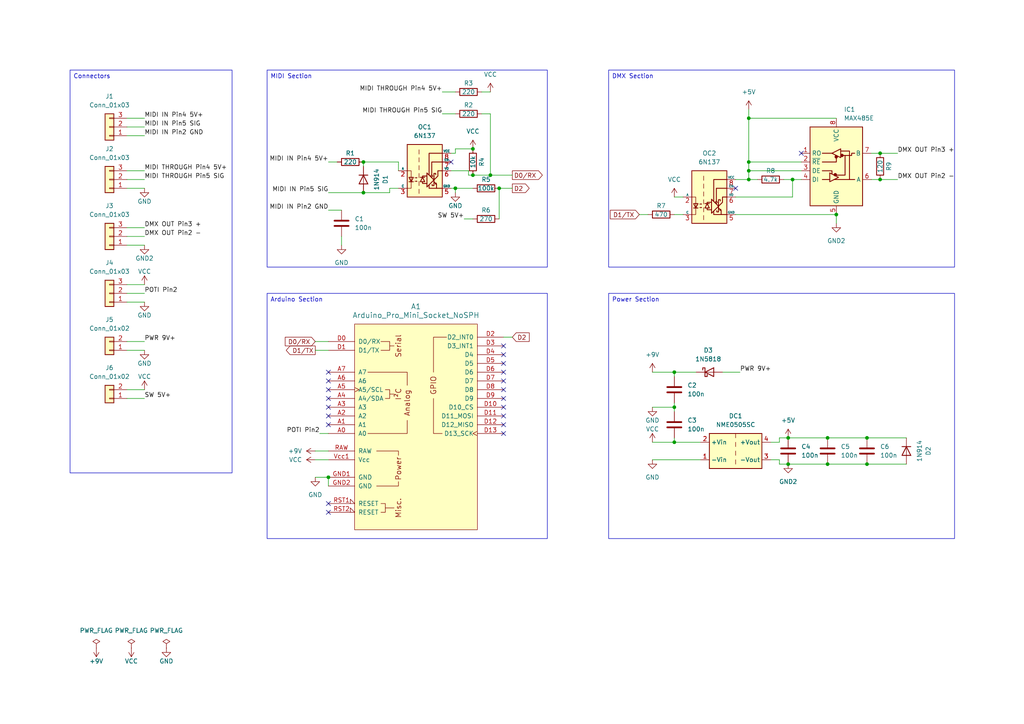
<source format=kicad_sch>
(kicad_sch (version 20230121) (generator eeschema)
  (paper "A4")
  (title_block (title "midi2dmx") (date "2023-12-20") (rev "1.0") (company "Christian Neukam"))
  (lib_symbols
    (symbol "6N137_1" (pin_names (offset 0))
      (property "Reference" "OC1" (at 0 12.7 0))
      (property "Value" "6N137" (at 0 10.16 0))
      (symbol "6N137_1_0_1"
        (polyline (pts (xy 2.667 -3.556) (xy 2.667 -1.651)) (stroke (width 0.254)))
        (polyline (pts (xy 2.667 -2.159) (xy 2.667 -2.921)) (stroke (width 0.254)))
        (polyline (pts (xy 3.429 -3.937) (xy 3.429 -5.08)) (stroke (width 0.254)))
        (polyline (pts (xy -0.635 -3.302) (xy -0.635 -3.683) (xy 0.635 -3.683)) (stroke (width 0.254)))
        (polyline (pts (xy -0.635 -1.905) (xy -0.635 -1.524) (xy 0.508 -1.524)) (stroke (width 0.254)))
        (polyline (pts (xy 1.27 -4.064) (xy 1.27 -5.08) (xy 5.08 -5.08)) (stroke (width 0.254)))
        (polyline (pts (xy 1.27 -1.27) (xy 1.27 5.08) (xy 5.08 5.08)) (stroke (width 0.254)))
        (polyline (pts (xy 2.032 -1.27) (xy 2.032 2.54) (xy 5.08 2.54)) (stroke (width 0.254)))
        (polyline (pts (xy -5.08 -5.08) (xy -3.937 -5.08) (xy -3.937 0) (xy -5.08 0)))
        (polyline (pts (xy 2.667 -3.302) (xy 2.667 -4.318) (xy 2.159 -4.318) (xy 2.159 -3.937)) (stroke (width 0.254)))
        (polyline (pts (xy 2.667 -2.667) (xy 0.635 -4.699) (xy 0.635 -0.635) (xy 2.667 -2.667)) (stroke (width 0.254)))
        (polyline (pts (xy 2.667 -1.778) (xy 2.667 -0.762) (xy 3.175 -0.762) (xy 3.175 -1.143)) (stroke (width 0.254)))
        (polyline (pts (xy 2.794 -2.54) (xy 3.81 -1.524) (xy 3.81 0) (xy 5.08 0)) (stroke (width 0.254)))
        (polyline (pts (xy 2.667 -3.175) (xy 3.429 -3.937) (xy 3.302 -3.556) (xy 3.048 -3.81) (xy 3.429 -3.937)) (stroke (width 0.254)))
        (circle (center 2.032 -1.524) (radius 0.254) (stroke (width 0.254)))
      )
      (symbol "6N137_1_1_1"
        (rectangle (start -5.08 7.62) (end 5.08 -7.62) (stroke (width 0.254)) (fill (type background)))
        (polyline (pts (xy -4.572 -3.175) (xy -3.302 -3.175)) (stroke (width 0.254)))
        (polyline (pts (xy -1.651 -5.334) (xy -1.651 -6.604)))
        (polyline (pts (xy -1.651 -3.048) (xy -1.651 -4.318)))
        (polyline (pts (xy -1.651 -0.762) (xy -1.651 -2.032)))
        (polyline (pts (xy -1.651 1.524) (xy -1.651 0.254)))
        (polyline (pts (xy -1.651 3.81) (xy -1.651 2.54)))
        (polyline (pts (xy -1.651 6.096) (xy -1.651 4.826)))
        (polyline (pts (xy -1.27 -1.905) (xy 0 -1.905)) (stroke (width 0.254)))
        (polyline (pts (xy -3.937 -3.175) (xy -4.572 -1.905) (xy -3.302 -1.905) (xy -3.937 -3.175)) (stroke (width 0.254)))
        (polyline (pts (xy -0.635 -1.905) (xy -1.27 -3.175) (xy 0 -3.175) (xy -0.635 -1.905)) (stroke (width 0.254)))
        (polyline (pts (xy -2.921 -3.048) (xy -2.159 -3.048) (xy -2.54 -3.175) (xy -2.54 -2.921) (xy -2.159 -3.048)) (stroke (width 0.127)))
        (polyline (pts (xy -2.921 -2.032) (xy -2.159 -2.032) (xy -2.54 -2.159) (xy -2.54 -1.905) (xy -2.159 -2.032)) (stroke (width 0.127)))
        (pin no_connect line (at -5.08 5.08 0) (length 2.54) hide (name "NC") (number "1"))
        (pin passive line (at -7.62 0 0) (length 2.54) (name "A") (number "2"))
        (pin passive line (at -7.62 -5.08 0) (length 2.54) (name "C") (number "3"))
        (pin no_connect line (at -5.08 2.54 0) (length 2.54) hide (name "NC") (number "4"))
        (pin power_in line (at 7.62 -5.08 180) (length 2.54) (name "GND") (number "5"))
        (pin open_collector line (at 7.62 0 180) (length 2.54) (name "VO") (number "6"))
        (pin input line (at 7.62 2.54 180) (length 2.54) (name "EN") (number "7"))
        (pin power_in line (at 7.62 5.08 180) (length 2.54) (name "VCC") (number "8"))
      )
    )
    (symbol "Connector_Generic:Conn_01x02" (pin_names (offset 1.016) hide)
      (property "Reference" "J" (at 0 2.54 0))
      (property "Value" "Conn_01x02" (at 0 -5.08 0))
      (symbol "Conn_01x02_1_1"
        (rectangle (start -1.27 -2.413) (end 0 -2.667) (stroke (width 0.1524)))
        (rectangle (start -1.27 0.127) (end 0 -0.127) (stroke (width 0.1524)))
        (rectangle (start -1.27 1.27) (end 1.27 -3.81) (stroke (width 0.254)) (fill (type background)))
        (pin passive line (at -5.08 0 0) (length 3.81) (name "Pin_1") (number "1"))
        (pin passive line (at -5.08 -2.54 0) (length 3.81) (name "Pin_2") (number "2"))
      )
    )
    (symbol "Connector_Generic:Conn_01x03" (pin_names (offset 1.016) hide)
      (property "Reference" "J" (at 0 5.08 0))
      (property "Value" "Conn_01x03" (at 0 -5.08 0))
      (symbol "Conn_01x03_1_1"
        (rectangle (start -1.27 -2.413) (end 0 -2.667) (stroke (width 0.1524)))
        (rectangle (start -1.27 0.127) (end 0 -0.127) (stroke (width 0.1524)))
        (rectangle (start -1.27 2.667) (end 0 2.413) (stroke (width 0.1524)))
        (rectangle (start -1.27 3.81) (end 1.27 -3.81) (stroke (width 0.254)) (fill (type background)))
        (pin passive line (at -5.08 2.54 0) (length 3.81) (name "Pin_1") (number "1"))
        (pin passive line (at -5.08 0 0) (length 3.81) (name "Pin_2") (number "2"))
        (pin passive line (at -5.08 -2.54 0) (length 3.81) (name "Pin_3") (number "3"))
      )
    )
    (symbol "Converter_DCDC:MEE1S0505SC"
      (property "Reference" "PS" (at -7.62 6.35 0))
      (property "Value" "MEE1S0505SC" (at 1.27 6.35 0))
      (symbol "MEE1S0505SC_0_0"
        (pin power_in line (at -10.16 -2.54 0) (length 2.54) (name "-Vin") (number "1"))
        (pin power_in line (at -10.16 2.54 0) (length 2.54) (name "+Vin") (number "2"))
        (pin power_out line (at 10.16 -2.54 180) (length 2.54) (name "-Vout") (number "3"))
        (pin power_out line (at 10.16 2.54 180) (length 2.54) (name "+Vout") (number "4"))
      )
      (symbol "MEE1S0505SC_0_1"
        (rectangle (start -7.62 5.08) (end 7.62 -5.08) (stroke (width 0.254)) (fill (type background)))
        (polyline (pts (xy 0 -2.54) (xy 0 -3.81)))
        (polyline (pts (xy 0 0) (xy 0 -1.27)))
        (polyline (pts (xy 0 2.54) (xy 0 1.27)))
        (polyline (pts (xy 0 5.08) (xy 0 3.81)))
      )
    )
    (symbol "Device:C" (pin_numbers hide) (pin_names (offset 0.254))
      (property "Reference" "C" (at 0.635 2.54 0))
      (property "Value" "C" (at 0.635 -2.54 0))
      (symbol "C_0_1"
        (polyline (pts (xy -2.032 -0.762) (xy 2.032 -0.762)) (stroke (width 0.508)))
        (polyline (pts (xy -2.032 0.762) (xy 2.032 0.762)) (stroke (width 0.508)))
      )
      (symbol "C_1_1"
        (pin passive line (at 0 3.81 270) (length 2.794) (name "~") (number "1"))
        (pin passive line (at 0 -3.81 90) (length 2.794) (name "~") (number "2"))
      )
    )
    (symbol "Device:D_Schottky" (pin_numbers hide) (pin_names (offset 1.016) hide)
      (property "Reference" "D" (at 0 2.54 0))
      (property "Value" "D_Schottky" (at 0 -2.54 0))
      (symbol "D_Schottky_0_1"
        (polyline (pts (xy 1.27 0) (xy -1.27 0)))
        (polyline (pts (xy 1.27 1.27) (xy 1.27 -1.27) (xy -1.27 0) (xy 1.27 1.27)) (stroke (width 0.254)))
        (polyline (pts (xy -1.905 0.635) (xy -1.905 1.27) (xy -1.27 1.27) (xy -1.27 -1.27) (xy -0.635 -1.27) (xy -0.635 -0.635)) (stroke (width 0.254)))
      )
      (symbol "D_Schottky_1_1"
        (pin passive line (at -3.81 0 0) (length 2.54) (name "K") (number "1"))
        (pin passive line (at 3.81 0 180) (length 2.54) (name "A") (number "2"))
      )
    )
    (symbol "Device:R" (pin_numbers hide) (pin_names (offset 0))
      (property "Reference" "R" (at 2.032 0 90))
      (property "Value" "R" (at 0 0 90))
      (symbol "R_0_1"
        (rectangle (start -1.016 -2.54) (end 1.016 2.54) (stroke (width 0.254)))
      )
      (symbol "R_1_1"
        (pin passive line (at 0 3.81 270) (length 1.27) (name "~") (number "1"))
        (pin passive line (at 0 -3.81 90) (length 1.27) (name "~") (number "2"))
      )
    )
    (symbol "Diode:1N914" (pin_numbers hide) (pin_names hide)
      (property "Reference" "D" (at 0 2.54 0))
      (property "Value" "1N914" (at 0 -2.54 0))
      (symbol "1N914_0_1"
        (polyline (pts (xy -1.27 1.27) (xy -1.27 -1.27)) (stroke (width 0.254)))
        (polyline (pts (xy 1.27 0) (xy -1.27 0)))
        (polyline (pts (xy 1.27 1.27) (xy 1.27 -1.27) (xy -1.27 0) (xy 1.27 1.27)) (stroke (width 0.254)))
      )
      (symbol "1N914_1_1"
        (pin passive line (at -3.81 0 0) (length 2.54) (name "K") (number "1"))
        (pin passive line (at 3.81 0 180) (length 2.54) (name "A") (number "2"))
      )
    )
    (symbol "Interface_UART:MAX485E"
      (property "Reference" "U" (at -6.096 11.43 0))
      (property "Value" "MAX485E" (at 0.762 11.43 0))
      (symbol "MAX485E_0_1"
        (rectangle (start -7.62 10.16) (end 7.62 -12.7) (stroke (width 0.254)) (fill (type background)))
        (circle (center -0.3048 -3.683) (radius 0.3556) (stroke (width 0.254)) (fill (type outline)))
        (circle (center -0.0254 1.4986) (radius 0.3556) (stroke (width 0.254)) (fill (type outline)))
        (polyline (pts (xy -4.064 -5.08) (xy -1.905 -5.08)) (stroke (width 0.254)))
        (polyline (pts (xy -4.064 2.54) (xy -1.27 2.54)) (stroke (width 0.254)))
        (polyline (pts (xy -1.27 -3.2004) (xy -1.27 -3.4544)) (stroke (width 0.254)))
        (polyline (pts (xy -0.635 -5.08) (xy 5.334 -5.08)) (stroke (width 0.254)))
        (polyline (pts (xy -4.064 -2.54) (xy -1.27 -2.54) (xy -1.27 -3.175)) (stroke (width 0.254)))
        (polyline (pts (xy 0 1.27) (xy 0 0) (xy -4.064 0)) (stroke (width 0.254)))
        (polyline (pts (xy 1.27 3.175) (xy 3.81 3.175) (xy 3.81 -5.08)) (stroke (width 0.254)))
        (polyline (pts (xy 2.54 1.905) (xy 2.54 -3.81) (xy 0 -3.81)) (stroke (width 0.254)))
        (polyline (pts (xy -1.905 -3.175) (xy -1.905 -5.715) (xy 0.635 -4.445) (xy -1.905 -3.175)) (stroke (width 0.254)))
        (polyline (pts (xy -1.27 2.54) (xy 1.27 3.81) (xy 1.27 1.27) (xy -1.27 2.54)) (stroke (width 0.254)))
        (polyline (pts (xy 1.905 1.905) (xy 4.445 1.905) (xy 4.445 2.54) (xy 5.334 2.54)) (stroke (width 0.254)))
        (rectangle (start 1.27 3.175) (end 1.27 3.175))
        (circle (center 1.651 1.905) (radius 0.3556) (stroke (width 0.254)) (fill (type outline)))
      )
      (symbol "MAX485E_1_1"
        (pin output line (at -10.16 2.54 0) (length 2.54) (name "RO") (number "1"))
        (pin input line (at -10.16 0 0) (length 2.54) (name "~{RE}") (number "2"))
        (pin input line (at -10.16 -2.54 0) (length 2.54) (name "DE") (number "3"))
        (pin input line (at -10.16 -5.08 0) (length 2.54) (name "DI") (number "4"))
        (pin power_in line (at 0 -15.24 90) (length 2.54) (name "GND") (number "5"))
        (pin bidirectional line (at 10.16 -5.08 180) (length 2.54) (name "A") (number "6"))
        (pin bidirectional line (at 10.16 2.54 180) (length 2.54) (name "B") (number "7"))
        (pin power_in line (at 0 12.7 270) (length 2.54) (name "VCC") (number "8"))
      )
    )
    (symbol "Isolator:6N137" (pin_names (offset 0))
      (property "Reference" "OC2" (at 0 12.7 0))
      (property "Value" "6N137" (at 0 10.16 0))
      (symbol "6N137_0_1"
        (polyline (pts (xy 2.667 -3.556) (xy 2.667 -1.651)) (stroke (width 0.254)))
        (polyline (pts (xy 2.667 -2.159) (xy 2.667 -2.921)) (stroke (width 0.254)))
        (polyline (pts (xy 3.429 -3.937) (xy 3.429 -5.08)) (stroke (width 0.254)))
        (polyline (pts (xy -0.635 -3.302) (xy -0.635 -3.683) (xy 0.635 -3.683)) (stroke (width 0.254)))
        (polyline (pts (xy -0.635 -1.905) (xy -0.635 -1.524) (xy 0.508 -1.524)) (stroke (width 0.254)))
        (polyline (pts (xy 1.27 -4.064) (xy 1.27 -5.08) (xy 5.08 -5.08)) (stroke (width 0.254)))
        (polyline (pts (xy 1.27 -1.27) (xy 1.27 5.08) (xy 5.08 5.08)) (stroke (width 0.254)))
        (polyline (pts (xy 2.032 -1.27) (xy 2.032 2.54) (xy 5.08 2.54)) (stroke (width 0.254)))
        (polyline (pts (xy -5.08 -5.08) (xy -3.937 -5.08) (xy -3.937 0) (xy -5.08 0)))
        (polyline (pts (xy 2.667 -3.302) (xy 2.667 -4.318) (xy 2.159 -4.318) (xy 2.159 -3.937)) (stroke (width 0.254)))
        (polyline (pts (xy 2.667 -2.667) (xy 0.635 -4.699) (xy 0.635 -0.635) (xy 2.667 -2.667)) (stroke (width 0.254)))
        (polyline (pts (xy 2.667 -1.778) (xy 2.667 -0.762) (xy 3.175 -0.762) (xy 3.175 -1.143)) (stroke (width 0.254)))
        (polyline (pts (xy 2.794 -2.54) (xy 3.81 -1.524) (xy 3.81 0) (xy 5.08 0)) (stroke (width 0.254)))
        (polyline (pts (xy 2.667 -3.175) (xy 3.429 -3.937) (xy 3.302 -3.556) (xy 3.048 -3.81) (xy 3.429 -3.937)) (stroke (width 0.254)))
        (circle (center 2.032 -1.524) (radius 0.254) (stroke (width 0.254)))
      )
      (symbol "6N137_1_1"
        (rectangle (start -5.08 7.62) (end 5.08 -7.62) (stroke (width 0.254)) (fill (type background)))
        (polyline (pts (xy -4.572 -3.175) (xy -3.302 -3.175)) (stroke (width 0.254)))
        (polyline (pts (xy -1.651 -5.334) (xy -1.651 -6.604)))
        (polyline (pts (xy -1.651 -3.048) (xy -1.651 -4.318)))
        (polyline (pts (xy -1.651 -0.762) (xy -1.651 -2.032)))
        (polyline (pts (xy -1.651 1.524) (xy -1.651 0.254)))
        (polyline (pts (xy -1.651 3.81) (xy -1.651 2.54)))
        (polyline (pts (xy -1.651 6.096) (xy -1.651 4.826)))
        (polyline (pts (xy -1.27 -1.905) (xy 0 -1.905)) (stroke (width 0.254)))
        (polyline (pts (xy -3.937 -3.175) (xy -4.572 -1.905) (xy -3.302 -1.905) (xy -3.937 -3.175)) (stroke (width 0.254)))
        (polyline (pts (xy -0.635 -1.905) (xy -1.27 -3.175) (xy 0 -3.175) (xy -0.635 -1.905)) (stroke (width 0.254)))
        (polyline (pts (xy -2.921 -3.048) (xy -2.159 -3.048) (xy -2.54 -3.175) (xy -2.54 -2.921) (xy -2.159 -3.048)) (stroke (width 0.127)))
        (polyline (pts (xy -2.921 -2.032) (xy -2.159 -2.032) (xy -2.54 -2.159) (xy -2.54 -1.905) (xy -2.159 -2.032)) (stroke (width 0.127)))
        (pin no_connect line (at -5.08 5.08 0) (length 2.54) hide (name "NC") (number "1"))
        (pin passive line (at -7.62 0 0) (length 2.54) (name "A") (number "2"))
        (pin passive line (at -7.62 -5.08 0) (length 2.54) (name "C") (number "3"))
        (pin no_connect line (at -5.08 2.54 0) (length 2.54) hide (name "NC") (number "4"))
        (pin power_in line (at 7.62 -5.08 180) (length 2.54) (name "GND") (number "5"))
        (pin open_collector line (at 7.62 0 180) (length 2.54) (name "VO") (number "6"))
        (pin input line (at 7.62 2.54 180) (length 2.54) (name "EN") (number "7"))
        (pin power_in line (at 7.62 5.08 180) (length 2.54) (name "VCC") (number "8"))
      )
    )
    (symbol "PCM_arduino-library:Arduino_Pro_Mini_Socket_NoSPH" (pin_names (offset 1.016))
      (property "Reference" "A" (at 0 36.83 0))
      (property "Value" "Arduino_Pro_Mini_Socket_NoSPH" (at 0 33.02 0))
      (symbol "Arduino_Pro_Mini_Socket_NoSPH_0_0"
        (rectangle (start -17.78 30.48) (end 17.78 -29.21) (fill (type background)))
        (polyline (pts (xy -7.62 10.16) (xy -6.35 10.16)))
        (polyline (pts (xy -7.62 24.13) (xy -6.35 24.13)))
        (polyline (pts (xy -6.35 -22.86) (xy -8.89 -22.86)))
        (polyline (pts (xy -11.43 -16.51) (xy -5.08 -16.51) (xy -5.08 -15.24)))
        (polyline (pts (xy -5.08 -7.62) (xy -5.08 -6.35) (xy -11.43 -6.35)))
        (polyline (pts (xy -2.54 2.54) (xy -2.54 -1.27) (xy -13.97 -1.27)))
        (polyline (pts (xy -2.54 12.7) (xy -2.54 16.51) (xy -13.97 16.51)))
        (polyline (pts (xy -10.16 25.4) (xy -7.62 25.4) (xy -7.62 22.86) (xy -10.16 22.86)))
        (polyline (pts (xy -8.89 11.43) (xy -7.62 11.43) (xy -7.62 8.89) (xy -8.89 8.89)))
        (text "Analog" (at -2.54 7.62 900) (effects (font (size 1.524 1.524))))
        (text "I²C" (at -5.08 10.16 900) (effects (font (size 1.524 1.524))))
        (text "Misc." (at -5.08 -22.86 900) (effects (font (size 1.524 1.524))))
        (text "Power" (at -5.08 -11.43 900) (effects (font (size 1.524 1.524))))
        (text "Serial" (at -5.08 24.13 900) (effects (font (size 1.524 1.524))))
      )
      (symbol "Arduino_Pro_Mini_Socket_NoSPH_0_1"
        (polyline (pts (xy 7.62 -1.27) (xy 5.08 -1.27) (xy 5.08 8.89)))
        (polyline (pts (xy 8.89 26.67) (xy 5.08 26.67) (xy 5.08 16.51)))
        (polyline (pts (xy -10.16 -24.13) (xy -8.89 -24.13) (xy -8.89 -21.59) (xy -10.16 -21.59)))
      )
      (symbol "Arduino_Pro_Mini_Socket_NoSPH_1_0"
        (text "GPIO" (at 5.08 12.7 900) (effects (font (size 1.524 1.524))))
      )
      (symbol "Arduino_Pro_Mini_Socket_NoSPH_1_1"
        (pin bidirectional line (at -25.4 -1.27 0) (length 7.62) (name "A0") (number "A0"))
        (pin bidirectional line (at -25.4 1.27 0) (length 7.62) (name "A1") (number "A1"))
        (pin bidirectional line (at -25.4 3.81 0) (length 7.62) (name "A2") (number "A2"))
        (pin bidirectional line (at -25.4 6.35 0) (length 7.62) (name "A3") (number "A3"))
        (pin bidirectional line (at -25.4 8.89 0) (length 7.62) (name "A4/SDA") (number "A4"))
        (pin bidirectional clock (at -25.4 11.43 0) (length 7.62) (name "A5/SCL") (number "A5"))
        (pin input line (at -25.4 13.97 0) (length 7.62) (name "A6") (number "A6"))
        (pin input line (at -25.4 16.51 0) (length 7.62) (name "A7") (number "A7"))
        (pin bidirectional line (at -25.4 25.4 0) (length 7.62) (name "D0/RX") (number "D0"))
        (pin bidirectional line (at -25.4 22.86 0) (length 7.62) (name "D1/TX") (number "D1"))
        (pin bidirectional line (at 25.4 6.35 180) (length 7.62) (name "D10_CS") (number "D10"))
        (pin bidirectional line (at 25.4 3.81 180) (length 7.62) (name "D11_MOSI") (number "D11"))
        (pin bidirectional line (at 25.4 1.27 180) (length 7.62) (name "D12_MISO") (number "D12"))
        (pin bidirectional clock (at 25.4 -1.27 180) (length 7.62) (name "D13_SCK") (number "D13"))
        (pin bidirectional line (at 25.4 26.67 180) (length 7.62) (name "D2_INT0") (number "D2"))
        (pin bidirectional line (at 25.4 24.13 180) (length 7.62) (name "D3_INT1") (number "D3"))
        (pin bidirectional line (at 25.4 21.59 180) (length 7.62) (name "D4") (number "D4"))
        (pin bidirectional line (at 25.4 19.05 180) (length 7.62) (name "D5") (number "D5"))
        (pin bidirectional line (at 25.4 16.51 180) (length 7.62) (name "D6") (number "D6"))
        (pin bidirectional line (at 25.4 13.97 180) (length 7.62) (name "D7") (number "D7"))
        (pin bidirectional line (at 25.4 11.43 180) (length 7.62) (name "D8") (number "D8"))
        (pin bidirectional line (at 25.4 8.89 180) (length 7.62) (name "D9") (number "D9"))
        (pin power_in line (at -25.4 -13.97 0) (length 7.62) (name "GND") (number "GND1"))
        (pin power_in line (at -25.4 -16.51 0) (length 7.62) (name "GND") (number "GND2"))
        (pin power_in line (at -25.4 -6.35 0) (length 7.62) (name "RAW") (number "RAW"))
        (pin open_collector input_low (at -25.4 -21.59 0) (length 7.62) (name "RESET") (number "RST1"))
        (pin open_collector input_low (at -25.4 -24.13 0) (length 7.62) (name "RESET") (number "RST2"))
        (pin power_in line (at -25.4 -8.89 0) (length 7.62) (name "Vcc") (number "Vcc1"))
      )
    )
    (symbol "power:+5V" (power) (pin_names (offset 0))
      (property "Value" "+5V" (at 0 3.556 0))
      (symbol "+5V_0_1"
        (polyline (pts (xy -0.762 1.27) (xy 0 2.54)))
        (polyline (pts (xy 0 0) (xy 0 2.54)))
        (polyline (pts (xy 0 2.54) (xy 0.762 1.27)))
      )
      (symbol "+5V_1_1"
        (pin power_in line (at 0 0 90) (length 0) hide (name "+5V") (number "1"))
      )
    )
    (symbol "power:+9V" (power) (pin_names (offset 0))
      (property "Value" "+9V" (at 0 3.556 0))
      (symbol "+9V_0_1"
        (polyline (pts (xy -0.762 1.27) (xy 0 2.54)))
        (polyline (pts (xy 0 0) (xy 0 2.54)))
        (polyline (pts (xy 0 2.54) (xy 0.762 1.27)))
      )
      (symbol "+9V_1_1"
        (pin power_in line (at 0 0 90) (length 0) hide (name "+9V") (number "1"))
      )
    )
    (symbol "power:GND" (power) (pin_names (offset 0))
      (property "Value" "GND" (at 0 -3.81 0))
      (symbol "GND_0_1"
        (polyline (pts (xy 0 0) (xy 0 -1.27) (xy 1.27 -1.27) (xy 0 -2.54) (xy -1.27 -1.27) (xy 0 -1.27)))
      )
      (symbol "GND_1_1"
        (pin power_in line (at 0 0 270) (length 0) hide (name "GND") (number "1"))
      )
    )
    (symbol "power:GND2" (power) (pin_names (offset 0))
      (property "Value" "GND2" (at 0 -3.81 0))
      (symbol "GND2_0_1"
        (polyline (pts (xy 0 0) (xy 0 -1.27) (xy 1.27 -1.27) (xy 0 -2.54) (xy -1.27 -1.27) (xy 0 -1.27)))
      )
      (symbol "GND2_1_1"
        (pin power_in line (at 0 0 270) (length 0) hide (name "GND2") (number "1"))
      )
    )
    (symbol "power:PWR_FLAG" (power) (pin_numbers hide) (pin_names (offset 0) hide)
      (property "Value" "PWR_FLAG" (at 0 3.81 0))
      (symbol "PWR_FLAG_0_0"
        (pin power_out line (at 0 0 90) (length 0) (name "pwr") (number "1"))
      )
      (symbol "PWR_FLAG_0_1"
        (polyline (pts (xy 0 0) (xy 0 1.27) (xy -1.016 1.905) (xy 0 2.54) (xy 1.016 1.905) (xy 0 1.27)))
      )
    )
    (symbol "power:VCC" (power) (pin_names (offset 0))
      (property "Value" "VCC" (at 0 3.81 0))
      (symbol "VCC_0_1"
        (polyline (pts (xy -0.762 1.27) (xy 0 2.54)))
        (polyline (pts (xy 0 0) (xy 0 2.54)))
        (polyline (pts (xy 0 2.54) (xy 0.762 1.27)))
      )
      (symbol "VCC_1_1"
        (pin power_in line (at 0 0 90) (length 0) hide (name "VCC") (number "1"))
      )
    )
  )
  (junction (at 105.41 55.88))
  (junction (at 240.03 134.62))
  (junction (at 217.17 46.99))
  (junction (at 228.6 134.62))
  (junction (at 95.25 138.43))
  (junction (at 217.17 34.29))
  (junction (at 132.08 54.61))
  (junction (at 255.27 52.07))
  (junction (at 195.58 128.27))
  (junction (at 217.17 49.53))
  (junction (at 195.58 107.95))
  (junction (at 228.6 127))
  (junction (at 144.78 54.61))
  (junction (at 137.16 50.8))
  (junction (at 142.24 50.8))
  (junction (at 242.57 62.23))
  (junction (at 137.16 43.18))
  (junction (at 251.46 134.62))
  (junction (at 251.46 127))
  (junction (at 255.27 44.45))
  (junction (at 217.17 52.07))
  (junction (at 229.87 52.07))
  (junction (at 240.03 127))
  (junction (at 105.41 46.99))
  (junction (at 195.58 118.11))
  (no_connect (at 95.25 120.65))
  (no_connect (at 146.05 113.03))
  (no_connect (at 146.05 115.57))
  (no_connect (at 95.25 146.05))
  (no_connect (at 146.05 120.65))
  (no_connect (at 146.05 125.73))
  (no_connect (at 146.05 107.95))
  (no_connect (at 146.05 100.33))
  (no_connect (at 130.81 46.99))
  (no_connect (at 146.05 102.87))
  (no_connect (at 95.25 115.57))
  (no_connect (at 213.36 54.61))
  (no_connect (at 95.25 123.19))
  (no_connect (at 95.25 113.03))
  (no_connect (at 95.25 148.59))
  (no_connect (at 146.05 105.41))
  (no_connect (at 146.05 110.49))
  (no_connect (at 146.05 123.19))
  (no_connect (at 232.41 44.45))
  (no_connect (at 95.25 110.49))
  (no_connect (at 146.05 118.11))
  (no_connect (at 95.25 107.95))
  (no_connect (at 95.25 118.11))
  (wire (pts (xy 195.58 118.11) (xy 195.58 119.38)))
  (wire (pts (xy 105.41 48.26) (xy 105.41 46.99)))
  (wire (pts (xy 144.78 54.61) (xy 144.78 63.5)))
  (wire (pts (xy 95.25 55.88) (xy 105.41 55.88)))
  (wire (pts (xy 36.83 66.04) (xy 41.91 66.04)))
  (wire (pts (xy 252.73 52.07) (xy 255.27 52.07)))
  (wire (pts (xy 217.17 46.99) (xy 232.41 46.99)))
  (wire (pts (xy 209.55 107.95) (xy 214.63 107.95)))
  (wire (pts (xy 92.71 125.73) (xy 95.25 125.73)))
  (wire (pts (xy 229.87 52.07) (xy 232.41 52.07)))
  (wire (pts (xy 217.17 34.29) (xy 242.57 34.29)))
  (wire (pts (xy 242.57 62.23) (xy 242.57 64.77)))
  (wire (pts (xy 229.87 57.15) (xy 229.87 52.07)))
  (wire (pts (xy 185.42 62.23) (xy 187.96 62.23)))
  (wire (pts (xy 217.17 46.99) (xy 217.17 49.53)))
  (wire (pts (xy 36.83 39.37) (xy 41.91 39.37)))
  (wire (pts (xy 213.36 52.07) (xy 217.17 52.07)))
  (wire (pts (xy 137.16 50.8) (xy 142.24 50.8)))
  (wire (pts (xy 251.46 127) (xy 262.89 127)))
  (wire (pts (xy 91.44 130.81) (xy 95.25 130.81)))
  (wire (pts (xy 36.83 52.07) (xy 41.91 52.07)))
  (wire (pts (xy 219.71 52.07) (xy 217.17 52.07)))
  (wire (pts (xy 227.33 52.07) (xy 229.87 52.07)))
  (wire (pts (xy 128.27 26.67) (xy 132.08 26.67)))
  (wire (pts (xy 189.23 107.95) (xy 195.58 107.95)))
  (wire (pts (xy 132.08 54.61) (xy 137.16 54.61)))
  (wire (pts (xy 240.03 134.62) (xy 251.46 134.62)))
  (wire (pts (xy 134.62 63.5) (xy 137.16 63.5)))
  (wire (pts (xy 135.89 49.53) (xy 135.89 50.8)))
  (wire (pts (xy 195.58 116.84) (xy 195.58 118.11)))
  (wire (pts (xy 213.36 57.15) (xy 229.87 57.15)))
  (wire (pts (xy 130.81 44.45) (xy 132.08 44.45)))
  (wire (pts (xy 36.83 49.53) (xy 41.91 49.53)))
  (wire (pts (xy 36.83 68.58) (xy 41.91 68.58)))
  (wire (pts (xy 36.83 34.29) (xy 41.91 34.29)))
  (wire (pts (xy 195.58 107.95) (xy 195.58 109.22)))
  (wire (pts (xy 240.03 127) (xy 251.46 127)))
  (wire (pts (xy 228.6 127) (xy 240.03 127)))
  (wire (pts (xy 115.57 49.53) (xy 115.57 46.99)))
  (wire (pts (xy 132.08 54.61) (xy 132.08 55.88)))
  (wire (pts (xy 113.03 54.61) (xy 115.57 54.61)))
  (wire (pts (xy 223.52 133.35) (xy 226.06 133.35)))
  (wire (pts (xy 113.03 54.61) (xy 113.03 55.88)))
  (wire (pts (xy 105.41 46.99) (xy 115.57 46.99)))
  (wire (pts (xy 130.81 54.61) (xy 132.08 54.61)))
  (wire (pts (xy 252.73 44.45) (xy 255.27 44.45)))
  (wire (pts (xy 255.27 44.45) (xy 260.35 44.45)))
  (wire (pts (xy 36.83 101.6) (xy 41.91 101.6)))
  (wire (pts (xy 91.44 138.43) (xy 95.25 138.43)))
  (wire (pts (xy 146.05 97.79) (xy 148.59 97.79)))
  (wire (pts (xy 195.58 62.23) (xy 198.12 62.23)))
  (wire (pts (xy 36.83 115.57) (xy 41.91 115.57)))
  (wire (pts (xy 95.25 138.43) (xy 95.25 140.97)))
  (wire (pts (xy 195.58 57.15) (xy 198.12 57.15)))
  (wire (pts (xy 217.17 34.29) (xy 217.17 46.99)))
  (wire (pts (xy 36.83 85.09) (xy 41.91 85.09)))
  (wire (pts (xy 255.27 52.07) (xy 260.35 52.07)))
  (wire (pts (xy 95.25 46.99) (xy 97.79 46.99)))
  (wire (pts (xy 217.17 49.53) (xy 232.41 49.53)))
  (wire (pts (xy 189.23 118.11) (xy 195.58 118.11)))
  (wire (pts (xy 36.83 54.61) (xy 41.91 54.61)))
  (wire (pts (xy 132.08 44.45) (xy 132.08 43.18)))
  (wire (pts (xy 142.24 50.8) (xy 148.59 50.8)))
  (wire (pts (xy 95.25 60.96) (xy 99.06 60.96)))
  (wire (pts (xy 189.23 128.27) (xy 195.58 128.27)))
  (wire (pts (xy 226.06 134.62) (xy 228.6 134.62)))
  (wire (pts (xy 130.81 49.53) (xy 135.89 49.53)))
  (wire (pts (xy 223.52 128.27) (xy 226.06 128.27)))
  (wire (pts (xy 195.58 127) (xy 195.58 128.27)))
  (wire (pts (xy 128.27 33.02) (xy 132.08 33.02)))
  (wire (pts (xy 36.83 36.83) (xy 41.91 36.83)))
  (wire (pts (xy 132.08 43.18) (xy 137.16 43.18)))
  (wire (pts (xy 139.7 26.67) (xy 142.24 26.67)))
  (wire (pts (xy 91.44 99.06) (xy 95.25 99.06)))
  (wire (pts (xy 189.23 133.35) (xy 203.2 133.35)))
  (wire (pts (xy 36.83 113.03) (xy 41.91 113.03)))
  (wire (pts (xy 91.44 101.6) (xy 95.25 101.6)))
  (wire (pts (xy 36.83 87.63) (xy 41.91 87.63)))
  (wire (pts (xy 139.7 33.02) (xy 142.24 33.02)))
  (wire (pts (xy 142.24 33.02) (xy 142.24 50.8)))
  (wire (pts (xy 195.58 128.27) (xy 203.2 128.27)))
  (wire (pts (xy 217.17 49.53) (xy 217.17 52.07)))
  (wire (pts (xy 228.6 134.62) (xy 240.03 134.62)))
  (wire (pts (xy 105.41 55.88) (xy 113.03 55.88)))
  (wire (pts (xy 99.06 68.58) (xy 99.06 71.12)))
  (wire (pts (xy 217.17 31.75) (xy 217.17 34.29)))
  (wire (pts (xy 144.78 54.61) (xy 148.59 54.61)))
  (wire (pts (xy 226.06 128.27) (xy 226.06 127)))
  (wire (pts (xy 36.83 99.06) (xy 41.91 99.06)))
  (wire (pts (xy 226.06 127) (xy 228.6 127)))
  (wire (pts (xy 226.06 133.35) (xy 226.06 134.62)))
  (wire (pts (xy 36.83 82.55) (xy 41.91 82.55)))
  (wire (pts (xy 251.46 134.62) (xy 262.89 134.62)))
  (wire (pts (xy 195.58 107.95) (xy 201.93 107.95)))
  (wire (pts (xy 36.83 71.12) (xy 41.91 71.12)))
  (wire (pts (xy 135.89 50.8) (xy 137.16 50.8)))
  (wire (pts (xy 213.36 62.23) (xy 242.57 62.23)))
  (wire (pts (xy 91.44 133.35) (xy 95.25 133.35)))
  (text_box "DMX Section\n" (at 176.53 20.32 0) (size 100.33 57.15) (effects (font (size 1.27 1.27)) (justify left top)))
  (text_box "Arduino Section" (at 77.47 85.09 0) (size 81.28 71.12) (effects (font (size 1.27 1.27)) (justify left top)))
  (text_box "MIDI Section" (at 77.47 20.32 0) (size 81.28 57.15) (effects (font (size 1.27 1.27)) (justify left top)))
  (text_box "Power Section" (at 176.53 85.09 0) (size 100.33 71.12) (effects (font (size 1.27 1.27)) (justify left top)))
  (text_box "Connectors\n" (at 20.32 20.32 0) (size 46.99 116.84) (effects (font (size 1.27 1.27)) (justify left top)))
  (label "PWR 9V+" (at 41.91 99.06 0))
  (label "PWR 9V+" (at 214.63 107.95 0))
  (label "POTI Pin2" (at 92.71 125.73 180))
  (label "MIDI THROUGH Pin5 SIG" (at 128.27 33.02 180))
  (label "MIDI IN Pin4 5V+" (at 95.25 46.99 180))
  (label "MIDI THROUGH Pin4 5V+" (at 128.27 26.67 180))
  (label "SW 5V+" (at 41.91 115.57 0))
  (label "SW 5V+" (at 134.62 63.5 180))
  (label "DMX OUT Pin3 +" (at 41.91 66.04 0))
  (label "MIDI THROUGH Pin4 5V+" (at 41.91 49.53 0))
  (label "DMX OUT Pin3 +" (at 260.35 44.45 0))
  (label "MIDI IN Pin4 5V+" (at 41.91 34.29 0))
  (label "POTI Pin2" (at 41.91 85.09 0))
  (label "DMX OUT Pin2 -" (at 41.91 68.58 0))
  (label "MIDI THROUGH Pin5 SIG" (at 41.91 52.07 0))
  (label "MIDI IN Pin5 SIG" (at 41.91 36.83 0))
  (label "MIDI IN Pin2 GND" (at 95.25 60.96 180))
  (label "MIDI IN Pin2 GND" (at 41.91 39.37 0))
  (label "DMX OUT Pin2 -" (at 260.35 52.07 0))
  (label "MIDI IN Pin5 SIG" (at 95.25 55.88 180))
  (global_label "D1{slash}TX" (shape output) (at 91.44 101.6 180) (property "Intersheetrefs" "${INTERSHEET_REFS}" (effects hide)))
  (global_label "D1{slash}TX" (shape input) (at 185.42 62.23 180) (property "Intersheetrefs" "${INTERSHEET_REFS}" (effects hide)))
  (global_label "D0{slash}RX" (shape input) (at 91.44 99.06 180) (property "Intersheetrefs" "${INTERSHEET_REFS}" (effects hide)))
  (global_label "D0{slash}RX" (shape output) (at 148.59 50.8 0) (property "Intersheetrefs" "${INTERSHEET_REFS}" (effects hide)))
  (global_label "D2" (shape input) (at 148.59 97.79 0) (property "Intersheetrefs" "${INTERSHEET_REFS}" (effects hide)))
  (global_label "D2" (shape output) (at 148.59 54.61 0) (property "Intersheetrefs" "${INTERSHEET_REFS}" (effects hide)))
  (symbol (lib_id "Interface_UART:MAX485E") (at 242.57 46.99 0) (unit 1)
    (property "Reference" "IC1" (at 244.7641 31.75 0) (effects (justify left)))
    (property "Value" "MAX485E" (at 244.7641 34.29 0) (effects (justify left)))
    (property "Footprint" "Package_DIP:SMDIP-8_W7.62mm" (effects hide))
    (property "Datasheet" "https://datasheets.maximintegrated.com/en/ds/MAX1487E-MAX491E.pdf" (effects hide))
    (property "URL" "https://www.reichelt.de/rs485-422-1-treiber-1-empfaenger-dip-8-max-485-cpa-p39599.html" (effects hide))
  )
  (symbol (lib_id "power:GND") (at 99.06 71.12 0) (unit 1)
    (property "Reference" "#PWR01" (effects hide))
    (property "Value" "GND" (at 99.06 76.2 0))
  )
  (symbol (lib_id "Device:C") (at 251.46 130.81 0) (unit 1)
    (property "Reference" "C6" (at 255.27 129.54 0) (effects (justify left)))
    (property "Value" "100n" (at 255.27 132.08 0) (effects (justify left)))
    (property "Footprint" "Capacitor_SMD:C_1206_3216Metric" (effects hide))
    (property "Datasheet" "https://cdn-reichelt.de/documents/datenblatt/B300/WIMA_MKS_02.pdf" (effects hide))
    (property "URL" "https://www.reichelt.de/mks02-pet-kondensator-100-nf-10-63-vdc-rm-2-5-mks02-63-100n-p12314.html" (effects hide))
  )
  (symbol (lib_id "Device:C") (at 195.58 113.03 0) (unit 1)
    (property "Reference" "C2" (at 199.39 111.76 0) (effects (justify left)))
    (property "Value" "100n" (at 199.39 114.3 0) (effects (justify left)))
    (property "Footprint" "Capacitor_SMD:C_1206_3216Metric" (effects hide))
    (property "Datasheet" "https://cdn-reichelt.de/documents/datenblatt/B300/WIMA_MKS_02.pdf" (effects hide))
    (property "URL" "https://www.reichelt.de/mks02-pet-kondensator-100-nf-10-63-vdc-rm-2-5-mks02-63-100n-p12314.html" (effects hide))
  )
  (symbol (lib_id "power:+5V") (at 228.6 127 0) (unit 1)
    (property "Reference" "#PWR08" (effects hide))
    (property "Value" "+5V" (at 228.6 121.92 0))
  )
  (symbol (lib_id "power:VCC") (at 91.44 133.35 90) (unit 1)
    (property "Reference" "#PWR017" (effects hide))
    (property "Value" "VCC" (at 87.63 133.35 90) (effects (justify left)))
  )
  (symbol (lib_id "power:GND") (at 41.91 101.6 0) (unit 1)
    (property "Reference" "#PWR015" (effects hide))
    (property "Value" "GND" (at 41.91 105.41 0))
  )
  (symbol (lib_id "Device:C") (at 228.6 130.81 0) (unit 1)
    (property "Reference" "C4" (at 232.41 129.54 0) (effects (justify left)))
    (property "Value" "100n" (at 232.41 132.08 0) (effects (justify left)))
    (property "Footprint" "Capacitor_SMD:C_1206_3216Metric" (effects hide))
    (property "Datasheet" "https://cdn-reichelt.de/documents/datenblatt/B300/WIMA_MKS_02.pdf" (effects hide))
    (property "URL" "https://www.reichelt.de/mks02-pet-kondensator-100-nf-10-63-vdc-rm-2-5-mks02-63-100n-p12314.html" (effects hide))
  )
  (symbol (lib_id "Converter_DCDC:MEE1S0505SC") (at 213.36 130.81 0) (unit 1)
    (property "Reference" "DC1" (at 213.36 120.65 0))
    (property "Value" "NME0505SC" (at 213.36 123.19 0))
    (property "Footprint" "Converter_DCDC:Converter_DCDC_Murata_MEE1SxxxxSC_THT" (effects hide))
    (property "Datasheet" "https://power.murata.com/pub/data/power/ncl/kdc_mee1.pdf" (effects hide))
    (property "URL" "https://www.reichelt.de/dc-dc-wandler-1-w-5-vin-single-5-vout-200-ma-sil-nme0505sc-p140648.html" (effects hide))
  )
  (symbol (lib_id "Device:C") (at 99.06 64.77 0) (unit 1)
    (property "Reference" "C1" (at 102.87 63.5 0) (effects (justify left)))
    (property "Value" "100n" (at 102.87 66.04 0) (effects (justify left)))
    (property "Footprint" "Capacitor_SMD:C_1206_3216Metric" (effects hide))
    (property "Datasheet" "https://cdn-reichelt.de/documents/datenblatt/B300/WIMA_MKS_02.pdf" (effects hide))
    (property "URL" "https://www.reichelt.de/mks02-pet-kondensator-100-nf-10-63-vdc-rm-2-5-mks02-63-100n-p12314.html" (effects hide))
  )
  (symbol (lib_id "power:GND") (at 189.23 133.35 0) (unit 1)
    (property "Reference" "#PWR07" (effects hide))
    (property "Value" "GND" (at 189.23 138.43 0))
  )
  (symbol (lib_id "power:VCC") (at 189.23 128.27 0) (unit 1)
    (property "Reference" "#PWR012" (effects hide))
    (property "Value" "VCC" (at 189.23 124.46 0))
  )
  (symbol (lib_id "Device:R") (at 140.97 63.5 90) (unit 1)
    (property "Reference" "R6" (at 140.97 60.96 90))
    (property "Value" "270" (at 140.97 63.5 90))
    (property "Footprint" "Resistor_SMD:R_1206_3216Metric" (effects hide))
    (property "Datasheet" "https://www.reichelt.de/index.html?ACTION=7&LA=3&OPEN=0&INDEX=0&FILENAME=B400%2F1_4W%23YAG.pdf" (effects hide))
    (property "URL" "https://www.reichelt.de/widerstand-kohleschicht-270-ohm-0207-250-mw-5--1-4w-270-p1390.html" (effects hide))
  )
  (symbol (lib_id "Device:R") (at 137.16 46.99 0) (unit 1)
    (property "Reference" "R4" (at 139.7 46.99 90))
    (property "Value" "10k" (at 137.16 46.99 90))
    (property "Footprint" "Resistor_SMD:R_1206_3216Metric" (effects hide))
    (property "Datasheet" "https://www.reichelt.de/index.html?ACTION=7&LA=3&OPEN=0&INDEX=0&FILENAME=B400%2F1_4W%23YAG.pdf" (effects hide))
    (property "URL" "https://www.reichelt.de/widerstand-kohleschicht-10-kohm-0207-250-mw-5--1-4w-10k-p1338.html" (effects hide))
  )
  (symbol (lib_id "power:GND") (at 132.08 55.88 0) (unit 1)
    (property "Reference" "#PWR03" (effects hide))
    (property "Value" "GND" (at 132.08 59.69 0))
  )
  (symbol (lib_id "power:PWR_FLAG") (at 48.26 187.96 0) (unit 1)
    (property "Reference" "#FLG02" (effects hide))
    (property "Value" "PWR_FLAG" (at 48.26 182.88 0))
  )
  (symbol (lib_id "power:VCC") (at 142.24 26.67 0) (unit 1)
    (property "Reference" "#PWR02" (effects hide))
    (property "Value" "VCC" (at 142.24 21.59 0))
  )
  (symbol (lib_id "Connector_Generic:Conn_01x03") (at 31.75 68.58 180) (unit 1)
    (property "Reference" "J3" (at 31.75 59.69 0))
    (property "Value" "Conn_01x03" (at 31.75 62.23 0))
    (property "Footprint" "Connector_Molex:Molex_KK-254_AE-6410-03A_1x03_P2.54mm_Vertical" (effects hide))
  )
  (symbol (lib_id "power:GND") (at 91.44 138.43 0) (unit 1)
    (property "Reference" "#PWR020" (effects hide))
    (property "Value" "GND" (at 91.44 143.51 0))
  )
  (symbol (lib_id "Isolator:6N137") (at 205.74 57.15 0) (unit 1)
    (property "Reference" "OC2" (at 205.74 44.45 0))
    (property "Value" "6N137" (at 205.74 46.99 0))
    (property "Footprint" "Package_DIP:SMDIP-8_W7.62mm" (effects hide))
    (property "Datasheet" "https://cdn-reichelt.de/documents/datenblatt/A500/6N137.pdf" (effects hide))
    (property "URL" "https://www.reichelt.de/optokoppler-6n-137-p2858.html" (effects hide))
  )
  (symbol (lib_id "power:PWR_FLAG") (at 38.1 187.96 0) (unit 1)
    (property "Reference" "#FLG03" (effects hide))
    (property "Value" "PWR_FLAG" (at 38.1 182.88 0))
  )
  (symbol (lib_id "Connector_Generic:Conn_01x03") (at 31.75 52.07 180) (unit 1)
    (property "Reference" "J2" (at 31.75 43.18 0))
    (property "Value" "Conn_01x03" (at 31.75 45.72 0))
    (property "Footprint" "Connector_Molex:Molex_KK-254_AE-6410-03A_1x03_P2.54mm_Vertical" (effects hide))
  )
  (symbol (lib_id "power:GND") (at 41.91 54.61 0) (unit 1)
    (property "Reference" "#PWR04" (effects hide))
    (property "Value" "GND" (at 41.91 58.42 0))
  )
  (symbol (lib_id "power:+9V") (at 27.94 187.96 180) (unit 1)
    (property "Reference" "#PWR025" (effects hide))
    (property "Value" "+9V" (at 27.94 191.77 0))
  )
  (symbol (lib_id "power:VCC") (at 137.16 43.18 0) (unit 1)
    (property "Reference" "#PWR011" (effects hide))
    (property "Value" "VCC" (at 137.16 38.1 0))
  )
  (symbol (lib_id "power:VCC") (at 38.1 187.96 180) (unit 1)
    (property "Reference" "#PWR021" (effects hide))
    (property "Value" "VCC" (at 38.1 191.77 0))
  )
  (symbol (lib_id "power:+9V") (at 91.44 130.81 90) (unit 1)
    (property "Reference" "#PWR026" (effects hide))
    (property "Value" "+9V" (at 87.63 130.81 90) (effects (justify left)))
  )
  (symbol (lib_id "power:+5V") (at 217.17 31.75 0) (unit 1)
    (property "Reference" "#PWR010" (effects hide))
    (property "Value" "+5V" (at 217.17 26.67 0))
  )
  (symbol (lib_id "Device:R") (at 101.6 46.99 90) (unit 1)
    (property "Reference" "R1" (at 101.6 44.45 90))
    (property "Value" "220" (at 101.6 46.99 90))
    (property "Footprint" "Resistor_SMD:R_1206_3216Metric" (effects hide))
    (property "Datasheet" "https://www.reichelt.de/index.html?ACTION=7&LA=3&OPEN=0&INDEX=0&FILENAME=B400%2F1_4W%23YAG.pdf" (effects hide))
    (property "URL" "https://www.reichelt.de/widerstand-kohleschicht-220-ohm-0207-250-mw-5--1-4w-220-p1382.html" (effects hide))
  )
  (symbol (lib_id "Device:D_Schottky") (at 205.74 107.95 0) (unit 1)
    (property "Reference" "D3" (at 205.4225 101.6 0))
    (property "Value" "1N5818" (at 205.4225 104.14 0))
    (property "Footprint" "Diode_SMD:D_1206_3216Metric" (effects hide))
    (property "Datasheet" "https://cdn-reichelt.de/documents/datenblatt/A400/1N5817-1N5819_MIC_GROUP.pdf" (effects hide))
    (property "URL" "https://www.reichelt.de/schottkydiode-30-v-1-a-do-41-1n-5818-p41849.html" (effects hide))
  )
  (symbol (lib_id "Device:R") (at 135.89 26.67 90) (unit 1)
    (property "Reference" "R3" (at 135.89 24.13 90))
    (property "Value" "220" (at 135.89 26.67 90))
    (property "Footprint" "Resistor_SMD:R_1206_3216Metric" (effects hide))
    (property "Datasheet" "https://www.reichelt.de/index.html?ACTION=7&LA=3&OPEN=0&INDEX=0&FILENAME=B400%2F1_4W%23YAG.pdf" (effects hide))
    (property "URL" "https://www.reichelt.de/widerstand-kohleschicht-220-ohm-0207-250-mw-5--1-4w-220-p1382.html" (effects hide))
  )
  (symbol (lib_id "Connector_Generic:Conn_01x02") (at 31.75 115.57 180) (unit 1)
    (property "Reference" "J6" (at 31.75 106.68 0))
    (property "Value" "Conn_01x02" (at 31.75 109.22 0))
    (property "Footprint" "Connector_Molex:Molex_KK-254_AE-6410-02A_1x02_P2.54mm_Vertical" (effects hide))
  )
  (symbol (lib_id "Connector_Generic:Conn_01x03") (at 31.75 85.09 180) (unit 1)
    (property "Reference" "J4" (at 31.75 76.2 0))
    (property "Value" "Conn_01x03" (at 31.75 78.74 0))
    (property "Footprint" "Connector_Molex:Molex_KK-254_AE-6410-03A_1x03_P2.54mm_Vertical" (effects hide))
  )
  (symbol (lib_id "Device:R") (at 140.97 54.61 90) (unit 1)
    (property "Reference" "R5" (at 140.97 52.07 90))
    (property "Value" "100k" (at 140.97 54.61 90))
    (property "Footprint" "Resistor_SMD:R_1206_3216Metric" (effects hide))
    (property "Datasheet" "https://www.reichelt.de/index.html?ACTION=7&LA=3&OPEN=0&INDEX=0&FILENAME=B400%2F1_4W%23YAG.pdf" (effects hide))
    (property "URL" "https://www.reichelt.de/widerstand-kohleschicht-100-kohm-0207-250-mw-5--1-4w-100k-p1337.html" (effects hide))
  )
  (symbol (lib_id "Device:R") (at 255.27 48.26 0) (unit 1)
    (property "Reference" "R9" (at 257.81 48.26 90))
    (property "Value" "120" (at 255.27 48.26 90))
    (property "Footprint" "Resistor_SMD:R_1206_3216Metric" (effects hide))
    (property "Datasheet" "https://www.reichelt.de/index.html?ACTION=7&LA=3&OPEN=0&INDEX=0&FILENAME=B400%2F1_4W%23YAG.pdf" (effects hide))
    (property "URL" "https://www.reichelt.de/widerstand-kohleschicht-120-ohm-0207-250-mw-5--1-4w-120-p1346.html" (effects hide))
  )
  (symbol (lib_id "Diode:1N914") (at 262.89 130.81 270) (unit 1)
    (property "Reference" "D2" (at 269.24 130.81 0))
    (property "Value" "1N914" (at 266.7 130.81 0))
    (property "Footprint" "Diode_SMD:D_1206_3216Metric" (effects hide))
    (property "Datasheet" "http://www.vishay.com/docs/85622/1n914.pdf" (effects hide))
    (property "Sim.Device" "D" (effects hide))
    (property "Sim.Pins" "1=K 2=A" (effects hide))
    (property "URL" "https://www.reichelt.de/gleichrichterdiode-100-v-0-2-a-do-35-1n-914-p1763.html" (effects hide))
  )
  (symbol (lib_id "power:GND2") (at 41.91 71.12 0) (unit 1)
    (property "Reference" "#PWR022" (effects hide))
    (property "Value" "GND2" (at 41.91 74.93 0))
  )
  (symbol (lib_id "power:VCC") (at 195.58 57.15 0) (unit 1)
    (property "Reference" "#PWR05" (effects hide))
    (property "Value" "VCC" (at 195.58 52.07 0))
  )
  (symbol (lib_id "PCM_arduino-library:Arduino_Pro_Mini_Socket_NoSPH") (at 120.65 124.46 0) (unit 1)
    (property "Reference" "A1" (at 120.65 88.9 0) (effects (font (size 1.524 1.524))))
    (property "Value" "Arduino_Pro_Mini_Socket_NoSPH" (at 120.65 91.44 0) (effects (font (size 1.524 1.524))))
    (property "Footprint" "PCM_arduino-library:Arduino_Pro_Mini_Socket_NoSPH" (effects hide))
    (property "Datasheet" "https://docs.arduino.cc/retired/boards/arduino-pro-mini" (effects hide))
  )
  (symbol (lib_id "Device:C") (at 240.03 130.81 0) (unit 1)
    (property "Reference" "C5" (at 243.84 129.54 0) (effects (justify left)))
    (property "Value" "100n" (at 243.84 132.08 0) (effects (justify left)))
    (property "Footprint" "Capacitor_SMD:C_1206_3216Metric" (effects hide))
    (property "Datasheet" "https://cdn-reichelt.de/documents/datenblatt/B300/WIMA_MKS_02.pdf" (effects hide))
    (property "URL" "https://www.reichelt.de/mks02-pet-kondensator-100-nf-10-63-vdc-rm-2-5-mks02-63-100n-p12314.html" (effects hide))
  )
  (symbol (lib_id "Connector_Generic:Conn_01x03") (at 31.75 36.83 180) (unit 1)
    (property "Reference" "J1" (at 31.75 27.94 0))
    (property "Value" "Conn_01x03" (at 31.75 30.48 0))
    (property "Footprint" "Connector_Molex:Molex_KK-254_AE-6410-03A_1x03_P2.54mm_Vertical" (effects hide))
  )
  (symbol (lib_id "power:GND") (at 189.23 118.11 0) (unit 1)
    (property "Reference" "#PWR06" (effects hide))
    (property "Value" "GND" (at 189.23 121.92 0))
  )
  (symbol (lib_id "Device:R") (at 191.77 62.23 90) (unit 1)
    (property "Reference" "R7" (at 191.77 59.69 90))
    (property "Value" "470" (at 191.77 62.23 90))
    (property "Footprint" "Resistor_SMD:R_1206_3216Metric" (effects hide))
    (property "Datasheet" "https://www.reichelt.de/index.html?ACTION=7&LA=3&OPEN=0&INDEX=0&FILENAME=B400%2F1_4W%23YAG.pdf" (effects hide))
    (property "URL" "https://www.reichelt.de/widerstand-kohleschicht-470-ohm-0207-250-mw-5--1-4w-470-p1432.html" (effects hide))
  )
  (symbol (lib_id "Connector_Generic:Conn_01x02") (at 31.75 101.6 180) (unit 1)
    (property "Reference" "J5" (at 31.75 92.71 0))
    (property "Value" "Conn_01x02" (at 31.75 95.25 0))
    (property "Footprint" "Connector_Molex:Molex_KK-254_AE-6410-02A_1x02_P2.54mm_Vertical" (effects hide))
  )
  (symbol (lib_name "6N137_1") (lib_id "Isolator:6N137") (at 123.19 49.53 0) (unit 1)
    (property "Reference" "OC1" (at 123.19 36.83 0))
    (property "Value" "6N137" (at 123.19 39.37 0))
    (property "Footprint" "Package_DIP:SMDIP-8_W7.62mm" (effects hide))
    (property "Datasheet" "https://cdn-reichelt.de/documents/datenblatt/A500/6N137.pdf" (effects hide))
    (property "URL" "https://www.reichelt.de/optokoppler-6n-137-p2858.html" (effects hide))
  )
  (symbol (lib_id "Device:R") (at 135.89 33.02 90) (unit 1)
    (property "Reference" "R2" (at 135.89 30.48 90))
    (property "Value" "220" (at 135.89 33.02 90))
    (property "Footprint" "Resistor_SMD:R_1206_3216Metric" (effects hide))
    (property "Datasheet" "https://www.reichelt.de/index.html?ACTION=7&LA=3&OPEN=0&INDEX=0&FILENAME=B400%2F1_4W%23YAG.pdf" (effects hide))
    (property "URL" "https://www.reichelt.de/widerstand-kohleschicht-220-ohm-0207-250-mw-5--1-4w-220-p1382.html" (effects hide))
  )
  (symbol (lib_id "power:PWR_FLAG") (at 27.94 187.96 0) (unit 1)
    (property "Reference" "#FLG05" (effects hide))
    (property "Value" "PWR_FLAG" (at 27.94 182.88 0))
  )
  (symbol (lib_id "power:VCC") (at 41.91 82.55 0) (unit 1)
    (property "Reference" "#PWR019" (effects hide))
    (property "Value" "VCC" (at 41.91 78.74 0))
  )
  (symbol (lib_id "power:GND") (at 41.91 87.63 0) (unit 1)
    (property "Reference" "#PWR018" (effects hide))
    (property "Value" "GND" (at 41.91 91.44 0))
  )
  (symbol (lib_id "power:GND2") (at 228.6 134.62 0) (unit 1)
    (property "Reference" "#PWR013" (effects hide))
    (property "Value" "GND2" (at 228.6 139.7 0))
  )
  (symbol (lib_id "Device:C") (at 195.58 123.19 0) (unit 1)
    (property "Reference" "C3" (at 199.39 121.92 0) (effects (justify left)))
    (property "Value" "100n" (at 199.39 124.46 0) (effects (justify left)))
    (property "Footprint" "Capacitor_SMD:C_1206_3216Metric" (effects hide))
    (property "Datasheet" "https://cdn-reichelt.de/documents/datenblatt/B300/WIMA_MKS_02.pdf" (effects hide))
    (property "URL" "https://www.reichelt.de/mks02-pet-kondensator-100-nf-10-63-vdc-rm-2-5-mks02-63-100n-p12314.html" (effects hide))
  )
  (symbol (lib_id "Device:R") (at 223.52 52.07 90) (unit 1)
    (property "Reference" "R8" (at 223.52 49.53 90))
    (property "Value" "4.7k" (at 223.52 52.07 90))
    (property "Footprint" "Resistor_SMD:R_1206_3216Metric" (effects hide))
    (property "Datasheet" "https://www.reichelt.de/index.html?ACTION=7&LA=3&OPEN=0&INDEX=0&FILENAME=B400%2F1_4W%23YAG.pdf" (effects hide))
    (property "URL" "https://www.reichelt.de/widerstand-kohleschicht-4-7-kohm-0207-250-mw-5--1-4w-4-7k-p1425.html" (effects hide))
  )
  (symbol (lib_id "power:VCC") (at 41.91 113.03 0) (unit 1)
    (property "Reference" "#PWR016" (effects hide))
    (property "Value" "VCC" (at 41.91 109.22 0))
  )
  (symbol (lib_id "power:GND") (at 48.26 187.96 0) (unit 1)
    (property "Reference" "#PWR014" (effects hide))
    (property "Value" "GND" (at 48.26 191.77 0))
  )
  (symbol (lib_id "Diode:1N914") (at 105.41 52.07 270) (unit 1)
    (property "Reference" "D1" (at 111.76 52.07 0))
    (property "Value" "1N914" (at 109.22 52.07 0))
    (property "Footprint" "Diode_SMD:D_1206_3216Metric" (effects hide))
    (property "Datasheet" "http://www.vishay.com/docs/85622/1n914.pdf" (effects hide))
    (property "Sim.Device" "D" (effects hide))
    (property "Sim.Pins" "1=K 2=A" (effects hide))
    (property "URL" "https://www.reichelt.de/gleichrichterdiode-100-v-0-2-a-do-35-1n-914-p1763.html" (effects hide))
  )
  (symbol (lib_id "power:+9V") (at 189.23 107.95 0) (unit 1)
    (property "Reference" "#PWR024" (effects hide))
    (property "Value" "+9V" (at 189.23 102.87 0))
  )
  (symbol (lib_id "power:GND2") (at 242.57 64.77 0) (unit 1)
    (property "Reference" "#PWR09" (effects hide))
    (property "Value" "GND2" (at 242.57 69.85 0))
  )
)
</source>
